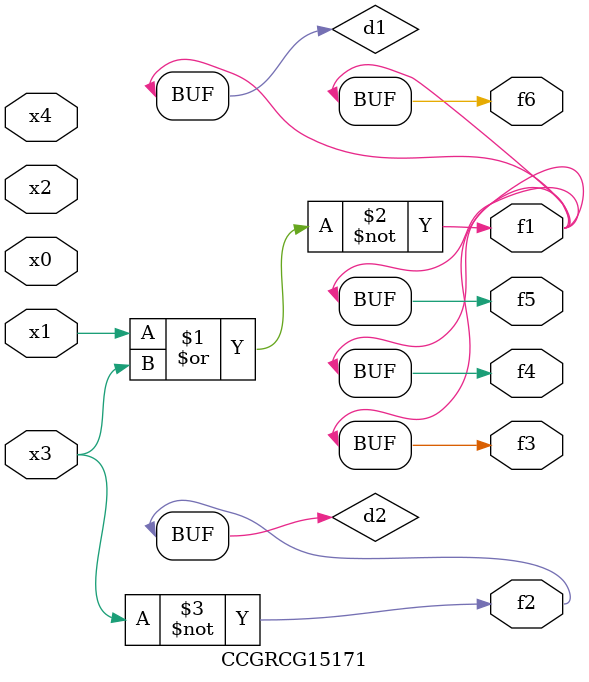
<source format=v>
module CCGRCG15171(
	input x0, x1, x2, x3, x4,
	output f1, f2, f3, f4, f5, f6
);

	wire d1, d2;

	nor (d1, x1, x3);
	not (d2, x3);
	assign f1 = d1;
	assign f2 = d2;
	assign f3 = d1;
	assign f4 = d1;
	assign f5 = d1;
	assign f6 = d1;
endmodule

</source>
